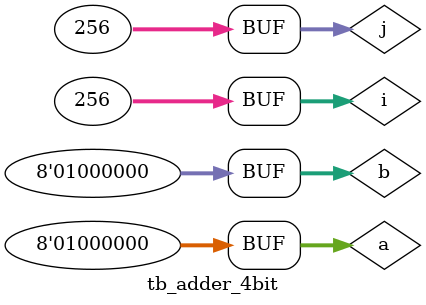
<source format=v>
`timescale 1ns / 1ps

module tb_adder_4bit();
    reg [7:0] a, b;
    wire c;
    wire [7:0] s;

    adder_8bit dut(
        .a(a),
        .b(b),
        .c(c),
        .s(s)
    );
    integer i, j;
    initial begin
            a = 8'h0; b = 8'h0;
            #10;
            for(i = 1; i < 256; i = i*4)begin
                a = i;
                #10;
                for(j = 1; j < 256; j = j*4)begin
                    b = j;
                    #10;
                end
            end
            #10;
    end
endmodule
</source>
